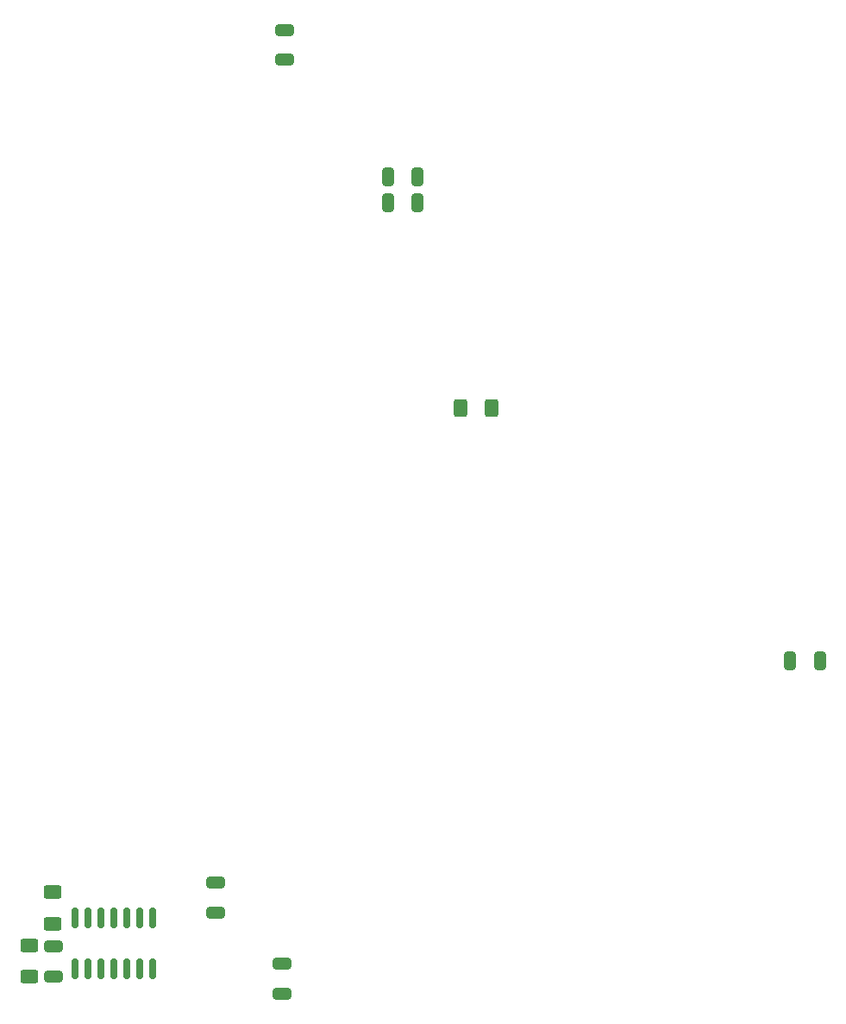
<source format=gbr>
%TF.GenerationSoftware,KiCad,Pcbnew,8.0.5-8.0.5-0~ubuntu22.04.1*%
%TF.CreationDate,2024-10-05T20:14:47+02:00*%
%TF.ProjectId,MP_Board,4d505f42-6f61-4726-942e-6b696361645f,rev?*%
%TF.SameCoordinates,Original*%
%TF.FileFunction,Paste,Bot*%
%TF.FilePolarity,Positive*%
%FSLAX46Y46*%
G04 Gerber Fmt 4.6, Leading zero omitted, Abs format (unit mm)*
G04 Created by KiCad (PCBNEW 8.0.5-8.0.5-0~ubuntu22.04.1) date 2024-10-05 20:14:47*
%MOMM*%
%LPD*%
G01*
G04 APERTURE LIST*
G04 Aperture macros list*
%AMRoundRect*
0 Rectangle with rounded corners*
0 $1 Rounding radius*
0 $2 $3 $4 $5 $6 $7 $8 $9 X,Y pos of 4 corners*
0 Add a 4 corners polygon primitive as box body*
4,1,4,$2,$3,$4,$5,$6,$7,$8,$9,$2,$3,0*
0 Add four circle primitives for the rounded corners*
1,1,$1+$1,$2,$3*
1,1,$1+$1,$4,$5*
1,1,$1+$1,$6,$7*
1,1,$1+$1,$8,$9*
0 Add four rect primitives between the rounded corners*
20,1,$1+$1,$2,$3,$4,$5,0*
20,1,$1+$1,$4,$5,$6,$7,0*
20,1,$1+$1,$6,$7,$8,$9,0*
20,1,$1+$1,$8,$9,$2,$3,0*%
G04 Aperture macros list end*
%ADD10RoundRect,0.250000X-0.650000X0.325000X-0.650000X-0.325000X0.650000X-0.325000X0.650000X0.325000X0*%
%ADD11RoundRect,0.250000X0.400000X0.625000X-0.400000X0.625000X-0.400000X-0.625000X0.400000X-0.625000X0*%
%ADD12RoundRect,0.150000X0.150000X-0.825000X0.150000X0.825000X-0.150000X0.825000X-0.150000X-0.825000X0*%
%ADD13RoundRect,0.250000X-0.325000X-0.650000X0.325000X-0.650000X0.325000X0.650000X-0.325000X0.650000X0*%
%ADD14RoundRect,0.250000X0.625000X-0.400000X0.625000X0.400000X-0.625000X0.400000X-0.625000X-0.400000X0*%
%ADD15RoundRect,0.250000X0.650000X-0.325000X0.650000X0.325000X-0.650000X0.325000X-0.650000X-0.325000X0*%
%ADD16RoundRect,0.250000X0.325000X0.650000X-0.325000X0.650000X-0.325000X-0.650000X0.325000X-0.650000X0*%
G04 APERTURE END LIST*
D10*
%TO.C,C2*%
X88800000Y-144300000D03*
X88800000Y-147250000D03*
%TD*%
D11*
%TO.C,R1*%
X109373000Y-89789000D03*
X106273000Y-89789000D03*
%TD*%
D12*
%TO.C,U3*%
X76073000Y-144777000D03*
X74803000Y-144777000D03*
X73533000Y-144777000D03*
X72263000Y-144777000D03*
X70993000Y-144777000D03*
X69723000Y-144777000D03*
X68453000Y-144777000D03*
X68453000Y-139827000D03*
X69723000Y-139827000D03*
X70993000Y-139827000D03*
X72263000Y-139827000D03*
X73533000Y-139827000D03*
X74803000Y-139827000D03*
X76073000Y-139827000D03*
%TD*%
D13*
%TO.C,C5*%
X99158000Y-69596000D03*
X102108000Y-69596000D03*
%TD*%
D10*
%TO.C,C9*%
X82225000Y-136325000D03*
X82225000Y-139275000D03*
%TD*%
D14*
%TO.C,R2*%
X63950000Y-145600000D03*
X63950000Y-142500000D03*
%TD*%
D10*
%TO.C,C8*%
X66325000Y-142625000D03*
X66325000Y-145575000D03*
%TD*%
D15*
%TO.C,C1*%
X89000000Y-55600000D03*
X89000000Y-52650000D03*
%TD*%
D16*
%TO.C,C7*%
X141581400Y-114604800D03*
X138631400Y-114604800D03*
%TD*%
D14*
%TO.C,R3*%
X66294000Y-140387000D03*
X66294000Y-137287000D03*
%TD*%
D13*
%TO.C,C4*%
X99158000Y-67056000D03*
X102108000Y-67056000D03*
%TD*%
M02*

</source>
